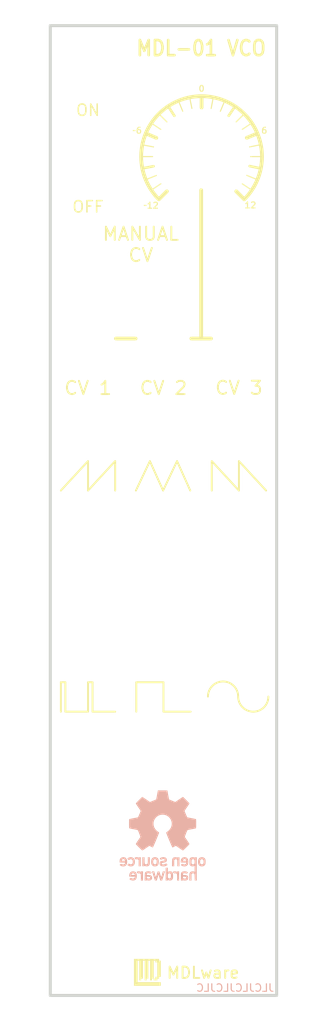
<source format=kicad_pcb>
(kicad_pcb (version 20171130) (host pcbnew "(5.1.9)-1")

  (general
    (thickness 1.6)
    (drawings 170)
    (tracks 0)
    (zones 0)
    (modules 16)
    (nets 1)
  )

  (page USLetter portrait)
  (title_block
    (title "MDL-01 VCO Panel")
    (date 2020-09-28)
    (rev 1.0)
    (company "MDL Synth")
    (comment 1 "Copyright (C) 2020 Matt Lisiak")
    (comment 2 "LICENSE: CERN-OHL-S (https://ohwr.org/cern_ohl_s_v2.txt)")
  )

  (layers
    (0 F.Cu signal)
    (31 B.Cu signal)
    (32 B.Adhes user)
    (33 F.Adhes user)
    (34 B.Paste user)
    (35 F.Paste user)
    (36 B.SilkS user)
    (37 F.SilkS user)
    (38 B.Mask user)
    (39 F.Mask user)
    (40 Dwgs.User user)
    (41 Cmts.User user hide)
    (42 Eco1.User user hide)
    (43 Eco2.User user hide)
    (44 Edge.Cuts user)
    (45 Margin user)
    (46 B.CrtYd user)
    (47 F.CrtYd user)
    (48 B.Fab user hide)
    (49 F.Fab user hide)
  )

  (setup
    (last_trace_width 0.25)
    (trace_clearance 0.2)
    (zone_clearance 0.508)
    (zone_45_only no)
    (trace_min 0.2)
    (via_size 0.8)
    (via_drill 0.4)
    (via_min_size 0.4)
    (via_min_drill 0.3)
    (uvia_size 0.3)
    (uvia_drill 0.1)
    (uvias_allowed no)
    (uvia_min_size 0.2)
    (uvia_min_drill 0.1)
    (edge_width 0.05)
    (segment_width 0.2)
    (pcb_text_width 0.3)
    (pcb_text_size 1.5 1.5)
    (mod_edge_width 0.12)
    (mod_text_size 1 1)
    (mod_text_width 0.15)
    (pad_size 6.1 6.1)
    (pad_drill 6.1)
    (pad_to_mask_clearance 0.05)
    (aux_axis_origin 0 0)
    (visible_elements 7FFFFF7F)
    (pcbplotparams
      (layerselection 0x010fc_ffffffff)
      (usegerberextensions false)
      (usegerberattributes true)
      (usegerberadvancedattributes true)
      (creategerberjobfile true)
      (excludeedgelayer true)
      (linewidth 0.100000)
      (plotframeref false)
      (viasonmask false)
      (mode 1)
      (useauxorigin false)
      (hpglpennumber 1)
      (hpglpenspeed 20)
      (hpglpendiameter 15.000000)
      (psnegative false)
      (psa4output false)
      (plotreference true)
      (plotvalue true)
      (plotinvisibletext false)
      (padsonsilk false)
      (subtractmaskfromsilk false)
      (outputformat 1)
      (mirror false)
      (drillshape 1)
      (scaleselection 1)
      (outputdirectory ""))
  )

  (net 0 "")

  (net_class Default "This is the default net class."
    (clearance 0.2)
    (trace_width 0.25)
    (via_dia 0.8)
    (via_drill 0.4)
    (uvia_dia 0.3)
    (uvia_drill 0.1)
  )

  (module MDLSynth:MountingHole_Eurorack_Slot (layer F.Cu) (tedit 607F9140) (tstamp 5F739767)
    (at 97.5 191.5)
    (descr "Mounting Hole 3.2mm, Eurorack Slot")
    (tags "mounting hole 3.2mm eurorack slot")
    (attr virtual)
    (fp_text reference REF** (at 0 -4.2) (layer F.SilkS) hide
      (effects (font (size 1 1) (thickness 0.15)))
    )
    (fp_text value MountingHole_Eurorack_Slot (at 0 4.2) (layer F.Fab)
      (effects (font (size 1 1) (thickness 0.15)))
    )
    (fp_text user %R (at 0.3 0) (layer F.Fab)
      (effects (font (size 1 1) (thickness 0.15)))
    )
    (fp_circle (center 0 0) (end 1.75 0) (layer Cmts.User) (width 0.15))
    (pad "" np_thru_hole oval (at -0.75 0) (size 4.7 3.2) (drill oval 4.7 3.2) (layers *.Cu *.Mask)
      (solder_mask_margin 0.2) (solder_paste_margin -0.2) (clearance 0.4))
  )

  (module MDLSynth:MountingHole_Eurorack_Slot (layer F.Cu) (tedit 607F9140) (tstamp 5F739957)
    (at 97.5 69)
    (descr "Mounting Hole 3.2mm, Eurorack Slot")
    (tags "mounting hole 3.2mm eurorack slot")
    (attr virtual)
    (fp_text reference REF** (at 0 -4.2) (layer F.SilkS) hide
      (effects (font (size 1 1) (thickness 0.15)))
    )
    (fp_text value MountingHole_Eurorack_Slot (at 0 4.2) (layer F.Fab)
      (effects (font (size 1 1) (thickness 0.15)))
    )
    (fp_text user %R (at 0.3 0) (layer F.Fab)
      (effects (font (size 1 1) (thickness 0.15)))
    )
    (fp_circle (center 0 0) (end 1.75 0) (layer Cmts.User) (width 0.15))
    (pad "" np_thru_hole oval (at -0.75 0) (size 4.7 3.2) (drill oval 4.7 3.2) (layers *.Cu *.Mask)
      (solder_mask_margin 0.2) (solder_paste_margin -0.2) (clearance 0.4))
  )

  (module MDLSynth:MountingHole_6_35mm (layer F.Cu) (tedit 607FAF10) (tstamp 5F7397E4)
    (at 95 83.35)
    (descr "Mounting Hole 6.35mm, no annular")
    (tags "mounting hole 6.35mm no annular")
    (attr virtual)
    (fp_text reference REF** (at 0 -7) (layer F.SilkS) hide
      (effects (font (size 1 1) (thickness 0.15)))
    )
    (fp_text value MountingHole_6_35mm (at 0 7) (layer F.Fab)
      (effects (font (size 1 1) (thickness 0.15)))
    )
    (fp_circle (center 0 0) (end 3.5 0) (layer F.CrtYd) (width 0.05))
    (fp_circle (center 0 0) (end 3.25 0) (layer Cmts.User) (width 0.15))
    (fp_text user %R (at 0.3 0) (layer F.Fab)
      (effects (font (size 1 1) (thickness 0.15)))
    )
    (pad "" np_thru_hole circle (at 0 0) (size 6.35 6.35) (drill 6.35) (layers *.Cu *.Mask)
      (solder_mask_margin 0.2) (solder_paste_margin -0.2) (clearance 0.4))
  )

  (module MDLSynth:MountingHole_6_1mm (layer F.Cu) (tedit 605F3C25) (tstamp 5F7C9A10)
    (at 110.05 83.35)
    (descr "Mounting Hole 6.1mm, no annular")
    (tags "mounting hole 6.1mm no annular")
    (attr virtual)
    (fp_text reference REF** (at 0 -7) (layer F.SilkS) hide
      (effects (font (size 1 1) (thickness 0.15)))
    )
    (fp_text value MountingHole_6_1mm (at 0 7) (layer F.Fab)
      (effects (font (size 1 1) (thickness 0.15)))
    )
    (fp_circle (center 0 0) (end 3.5 0) (layer F.CrtYd) (width 0.05))
    (fp_circle (center 0 0) (end 3.25 0) (layer Cmts.User) (width 0.15))
    (fp_text user %R (at 0.3 0) (layer F.Fab)
      (effects (font (size 1 1) (thickness 0.15)))
    )
    (pad "" np_thru_hole circle (at 0 0) (size 6.1 6.1) (drill 6.1) (layers *.Cu *.Mask)
      (solder_mask_margin 0.2) (solder_paste_margin -0.2) (clearance 0.4))
  )

  (module MDLSynth:MountingHole_6_1mm (layer F.Cu) (tedit 605F3C25) (tstamp 5F739B8F)
    (at 115 147.35)
    (descr "Mounting Hole 6.1mm, no annular")
    (tags "mounting hole 6.1mm no annular")
    (attr virtual)
    (fp_text reference REF** (at 0 -7) (layer F.SilkS) hide
      (effects (font (size 1 1) (thickness 0.15)))
    )
    (fp_text value MountingHole_6_1mm (at 0 7) (layer F.Fab)
      (effects (font (size 1 1) (thickness 0.15)))
    )
    (fp_circle (center 0 0) (end 3.5 0) (layer F.CrtYd) (width 0.05))
    (fp_circle (center 0 0) (end 3.25 0) (layer Cmts.User) (width 0.15))
    (fp_text user %R (at 0.3 0) (layer F.Fab)
      (effects (font (size 1 1) (thickness 0.15)))
    )
    (pad "" np_thru_hole circle (at 0 0) (size 6.1 6.1) (drill 6.1) (layers *.Cu *.Mask)
      (solder_mask_margin 0.2) (solder_paste_margin -0.2) (clearance 0.4))
  )

  (module MDLSynth:MountingHole_6_1mm (layer F.Cu) (tedit 605F3C25) (tstamp 5F739B53)
    (at 105 147.35)
    (descr "Mounting Hole 6.1mm, no annular")
    (tags "mounting hole 6.1mm no annular")
    (attr virtual)
    (fp_text reference REF** (at 0 -7) (layer F.SilkS) hide
      (effects (font (size 1 1) (thickness 0.15)))
    )
    (fp_text value MountingHole_6_1mm (at 0 7) (layer F.Fab)
      (effects (font (size 1 1) (thickness 0.15)))
    )
    (fp_circle (center 0 0) (end 3.5 0) (layer F.CrtYd) (width 0.05))
    (fp_circle (center 0 0) (end 3.25 0) (layer Cmts.User) (width 0.15))
    (fp_text user %R (at 0.3 0) (layer F.Fab)
      (effects (font (size 1 1) (thickness 0.15)))
    )
    (pad "" np_thru_hole circle (at 0 0) (size 6.1 6.1) (drill 6.1) (layers *.Cu *.Mask)
      (solder_mask_margin 0.2) (solder_paste_margin -0.2) (clearance 0.4))
  )

  (module MDLSynth:MountingHole_6_1mm (layer F.Cu) (tedit 605F3C25) (tstamp 5F739B17)
    (at 95 147.35)
    (descr "Mounting Hole 6.1mm, no annular")
    (tags "mounting hole 6.1mm no annular")
    (attr virtual)
    (fp_text reference REF** (at 0 -7) (layer F.SilkS) hide
      (effects (font (size 1 1) (thickness 0.15)))
    )
    (fp_text value MountingHole_6_1mm (at 0 7) (layer F.Fab)
      (effects (font (size 1 1) (thickness 0.15)))
    )
    (fp_circle (center 0 0) (end 3.5 0) (layer F.CrtYd) (width 0.05))
    (fp_circle (center 0 0) (end 3.25 0) (layer Cmts.User) (width 0.15))
    (fp_text user %R (at 0.3 0) (layer F.Fab)
      (effects (font (size 1 1) (thickness 0.15)))
    )
    (pad "" np_thru_hole circle (at 0 0) (size 6.1 6.1) (drill 6.1) (layers *.Cu *.Mask)
      (solder_mask_margin 0.2) (solder_paste_margin -0.2) (clearance 0.4))
  )

  (module MDLSynth:MountingHole_6_1mm (layer F.Cu) (tedit 605F3C25) (tstamp 5F739ADB)
    (at 115 132.96)
    (descr "Mounting Hole 6.1mm, no annular")
    (tags "mounting hole 6.1mm no annular")
    (attr virtual)
    (fp_text reference REF** (at 0 -7) (layer F.SilkS) hide
      (effects (font (size 1 1) (thickness 0.15)))
    )
    (fp_text value MountingHole_6_1mm (at 0 7) (layer F.Fab)
      (effects (font (size 1 1) (thickness 0.15)))
    )
    (fp_circle (center 0 0) (end 3.5 0) (layer F.CrtYd) (width 0.05))
    (fp_circle (center 0 0) (end 3.25 0) (layer Cmts.User) (width 0.15))
    (fp_text user %R (at 0.3 0) (layer F.Fab)
      (effects (font (size 1 1) (thickness 0.15)))
    )
    (pad "" np_thru_hole circle (at 0 0) (size 6.1 6.1) (drill 6.1) (layers *.Cu *.Mask)
      (solder_mask_margin 0.2) (solder_paste_margin -0.2) (clearance 0.4))
  )

  (module MDLSynth:MountingHole_6_1mm (layer F.Cu) (tedit 605F3C25) (tstamp 5F739A9F)
    (at 105 132.96)
    (descr "Mounting Hole 6.1mm, no annular")
    (tags "mounting hole 6.1mm no annular")
    (attr virtual)
    (fp_text reference REF** (at 0 -7) (layer F.SilkS) hide
      (effects (font (size 1 1) (thickness 0.15)))
    )
    (fp_text value MountingHole_6_1mm (at 0 7) (layer F.Fab)
      (effects (font (size 1 1) (thickness 0.15)))
    )
    (fp_circle (center 0 0) (end 3.5 0) (layer F.CrtYd) (width 0.05))
    (fp_circle (center 0 0) (end 3.25 0) (layer Cmts.User) (width 0.15))
    (fp_text user %R (at 0.3 0) (layer F.Fab)
      (effects (font (size 1 1) (thickness 0.15)))
    )
    (pad "" np_thru_hole circle (at 0 0) (size 6.1 6.1) (drill 6.1) (layers *.Cu *.Mask)
      (solder_mask_margin 0.2) (solder_paste_margin -0.2) (clearance 0.4))
  )

  (module MDLSynth:MountingHole_6_1mm (layer F.Cu) (tedit 605F3C25) (tstamp 5F739A63)
    (at 95 132.96)
    (descr "Mounting Hole 6.1mm, no annular")
    (tags "mounting hole 6.1mm no annular")
    (attr virtual)
    (fp_text reference REF** (at 0 -7) (layer F.SilkS) hide
      (effects (font (size 1 1) (thickness 0.15)))
    )
    (fp_text value MountingHole_6_1mm (at 0 7) (layer F.Fab)
      (effects (font (size 1 1) (thickness 0.15)))
    )
    (fp_circle (center 0 0) (end 3.5 0) (layer F.CrtYd) (width 0.05))
    (fp_circle (center 0 0) (end 3.25 0) (layer Cmts.User) (width 0.15))
    (fp_text user %R (at 0.3 0) (layer F.Fab)
      (effects (font (size 1 1) (thickness 0.15)))
    )
    (pad "" np_thru_hole circle (at 0 0) (size 6.1 6.1) (drill 6.1) (layers *.Cu *.Mask)
      (solder_mask_margin 0.2) (solder_paste_margin -0.2) (clearance 0.4))
  )

  (module MDLSynth:MountingHole_6_1mm (layer F.Cu) (tedit 605F3C25) (tstamp 5F739A27)
    (at 115 107.46)
    (descr "Mounting Hole 6.1mm, no annular")
    (tags "mounting hole 6.1mm no annular")
    (attr virtual)
    (fp_text reference REF** (at 0 -7) (layer F.SilkS) hide
      (effects (font (size 1 1) (thickness 0.15)))
    )
    (fp_text value MountingHole_6_1mm (at 0 7) (layer F.Fab)
      (effects (font (size 1 1) (thickness 0.15)))
    )
    (fp_circle (center 0 0) (end 3.5 0) (layer F.CrtYd) (width 0.05))
    (fp_circle (center 0 0) (end 3.25 0) (layer Cmts.User) (width 0.15))
    (fp_text user %R (at 0.3 0) (layer F.Fab)
      (effects (font (size 1 1) (thickness 0.15)))
    )
    (pad "" np_thru_hole circle (at 0 0) (size 6.1 6.1) (drill 6.1) (layers *.Cu *.Mask)
      (solder_mask_margin 0.2) (solder_paste_margin -0.2) (clearance 0.4))
  )

  (module MDLSynth:MountingHole_6_1mm (layer F.Cu) (tedit 605F3C25) (tstamp 5F7399EB)
    (at 105 107.46)
    (descr "Mounting Hole 6.1mm, no annular")
    (tags "mounting hole 6.1mm no annular")
    (attr virtual)
    (fp_text reference REF** (at 0 -7) (layer F.SilkS) hide
      (effects (font (size 1 1) (thickness 0.15)))
    )
    (fp_text value MountingHole_6_1mm (at 0 7) (layer F.Fab)
      (effects (font (size 1 1) (thickness 0.15)))
    )
    (fp_circle (center 0 0) (end 3.5 0) (layer F.CrtYd) (width 0.05))
    (fp_circle (center 0 0) (end 3.25 0) (layer Cmts.User) (width 0.15))
    (fp_text user %R (at 0.3 0) (layer F.Fab)
      (effects (font (size 1 1) (thickness 0.15)))
    )
    (pad "" np_thru_hole circle (at 0 0) (size 6.1 6.1) (drill 6.1) (layers *.Cu *.Mask)
      (solder_mask_margin 0.2) (solder_paste_margin -0.2) (clearance 0.4))
  )

  (module MDLSynth:MountingHole_6_1mm (layer F.Cu) (tedit 607FAF96) (tstamp 5F739882)
    (at 95.01 107.46)
    (descr "Mounting Hole 6.1mm, no annular")
    (tags "mounting hole 6.1mm no annular")
    (attr virtual)
    (fp_text reference REF** (at 0 -7) (layer F.SilkS) hide
      (effects (font (size 1 1) (thickness 0.15)))
    )
    (fp_text value MountingHole_6_1mm (at 0 7) (layer F.Fab)
      (effects (font (size 1 1) (thickness 0.15)))
    )
    (fp_circle (center 0 0) (end 3.5 0) (layer F.CrtYd) (width 0.05))
    (fp_circle (center 0 0) (end 3.25 0) (layer Cmts.User) (width 0.15))
    (fp_text user %R (at 0.3 0) (layer F.Fab)
      (effects (font (size 1 1) (thickness 0.15)))
    )
    (pad "" np_thru_hole circle (at -0.01 0) (size 6.1 6.1) (drill 6.1) (layers *.Cu *.Mask)
      (solder_mask_margin 0.2) (solder_paste_margin -0.2) (clearance 0.4))
  )

  (module MDLSynth:MountingHole_6_1mm (layer F.Cu) (tedit 605F3C25) (tstamp 5F73982C)
    (at 110.05 83.35)
    (descr "Mounting Hole 6.1mm, no annular")
    (tags "mounting hole 6.1mm no annular")
    (attr virtual)
    (fp_text reference REF** (at 0 -7) (layer F.SilkS) hide
      (effects (font (size 1 1) (thickness 0.15)))
    )
    (fp_text value MountingHole_6_1mm (at 0 7) (layer F.Fab)
      (effects (font (size 1 1) (thickness 0.15)))
    )
    (fp_circle (center 0 0) (end 3.5 0) (layer F.CrtYd) (width 0.05))
    (fp_circle (center 0 0) (end 3.25 0) (layer Cmts.User) (width 0.15))
    (fp_text user %R (at 0.3 0) (layer F.Fab)
      (effects (font (size 1 1) (thickness 0.15)))
    )
    (pad "" np_thru_hole circle (at 0 0) (size 6.1 6.1) (drill 6.1) (layers *.Cu *.Mask)
      (solder_mask_margin 0.2) (solder_paste_margin -0.2) (clearance 0.4))
  )

  (module MDLSynth:MDLSynth_logo_4mmx4mm_silkscreen (layer F.Cu) (tedit 0) (tstamp 6061AC8F)
    (at 102.87 191.425)
    (fp_text reference G*** (at 0 0) (layer F.SilkS) hide
      (effects (font (size 1.524 1.524) (thickness 0.3)))
    )
    (fp_text value LOGO (at 0.75 0) (layer F.SilkS) hide
      (effects (font (size 1.524 1.524) (thickness 0.3)))
    )
    (fp_poly (pts (xy 1.54585 -1.529463) (xy 1.780731 -1.529463) (xy 1.780731 0.606322) (xy 1.54585 0.606322)
      (xy 1.54585 0.846666) (xy 1.310968 0.846666) (xy 1.310968 1.081548) (xy 0.835742 1.081548)
      (xy 0.835742 0.846666) (xy 0.595398 0.846666) (xy 0.595398 1.081548) (xy 0.360516 1.081548)
      (xy 0.360516 -1.529463) (xy 0.835742 -1.529463) (xy 0.835742 0.846666) (xy 1.070624 0.846666)
      (xy 1.070624 0.606322) (xy 1.310968 0.606322) (xy 1.310968 -1.294581) (xy 1.070624 -1.294581)
      (xy 1.070624 -1.529463) (xy 0.835742 -1.529463) (xy 0.360516 -1.529463) (xy 0.120172 -1.529463)
      (xy 0.120172 0.846666) (xy -0.11471 0.846666) (xy -0.11471 1.081548) (xy -0.355054 1.081548)
      (xy -0.355054 -1.529463) (xy -0.589935 -1.529463) (xy -0.589935 0.846666) (xy -0.83028 0.846666)
      (xy -0.83028 1.081548) (xy -1.065161 1.081548) (xy -1.065161 -1.529463) (xy -1.305505 -1.529463)
      (xy -1.305505 1.321892) (xy 1.780731 1.321892) (xy 1.780731 1.797118) (xy -1.780731 1.797118)
      (xy -1.780731 -1.764344) (xy 1.54585 -1.764344) (xy 1.54585 -1.529463)) (layer F.SilkS) (width 0.01))
  )

  (module Symbol:OSHW-Logo_11.4x12mm_SilkScreen (layer B.Cu) (tedit 0) (tstamp 5F77F337)
    (at 104.9 173.3 180)
    (descr "Open Source Hardware Logo")
    (tags "Logo OSHW")
    (attr virtual)
    (fp_text reference REF** (at 0 0) (layer B.SilkS) hide
      (effects (font (size 1 1) (thickness 0.15)) (justify mirror))
    )
    (fp_text value OSHW-Logo_11.4x12mm_SilkScreen (at 0.75 0) (layer B.Fab) hide
      (effects (font (size 1 1) (thickness 0.15)) (justify mirror))
    )
    (fp_poly (pts (xy 0.746535 5.366828) (xy 0.859117 4.769637) (xy 1.274531 4.59839) (xy 1.689944 4.427143)
      (xy 2.188302 4.766022) (xy 2.327868 4.860378) (xy 2.454028 4.944625) (xy 2.560895 5.014917)
      (xy 2.642582 5.067408) (xy 2.693201 5.098251) (xy 2.706986 5.104902) (xy 2.73182 5.087797)
      (xy 2.784888 5.040511) (xy 2.86024 4.969083) (xy 2.951929 4.879555) (xy 3.054007 4.777966)
      (xy 3.160526 4.670357) (xy 3.265536 4.562768) (xy 3.363091 4.46124) (xy 3.447242 4.371814)
      (xy 3.51204 4.300529) (xy 3.551538 4.253427) (xy 3.56098 4.237663) (xy 3.547391 4.208602)
      (xy 3.509293 4.144934) (xy 3.450694 4.052888) (xy 3.375597 3.938691) (xy 3.288009 3.808571)
      (xy 3.237254 3.734354) (xy 3.144745 3.598833) (xy 3.06254 3.476539) (xy 2.99463 3.37356)
      (xy 2.945 3.295982) (xy 2.91764 3.249894) (xy 2.913529 3.240208) (xy 2.922849 3.212681)
      (xy 2.948254 3.148527) (xy 2.985911 3.056765) (xy 3.031986 2.946416) (xy 3.082646 2.8265)
      (xy 3.134059 2.706036) (xy 3.182389 2.594046) (xy 3.223806 2.499548) (xy 3.254474 2.431563)
      (xy 3.270562 2.399112) (xy 3.271511 2.397835) (xy 3.296772 2.391638) (xy 3.364046 2.377815)
      (xy 3.46636 2.357723) (xy 3.596741 2.332721) (xy 3.748216 2.304169) (xy 3.836594 2.287704)
      (xy 3.998452 2.256886) (xy 4.144649 2.227561) (xy 4.267787 2.201334) (xy 4.360469 2.179809)
      (xy 4.415301 2.16459) (xy 4.426323 2.159762) (xy 4.437119 2.127081) (xy 4.445829 2.05327)
      (xy 4.45246 1.946963) (xy 4.457018 1.816788) (xy 4.459509 1.671379) (xy 4.459938 1.519365)
      (xy 4.458311 1.369378) (xy 4.454635 1.230049) (xy 4.448915 1.11001) (xy 4.441158 1.01789)
      (xy 4.431368 0.962323) (xy 4.425496 0.950755) (xy 4.390399 0.93689) (xy 4.316028 0.917067)
      (xy 4.212223 0.893616) (xy 4.088819 0.868864) (xy 4.045741 0.860857) (xy 3.838047 0.822814)
      (xy 3.673984 0.792176) (xy 3.54813 0.767726) (xy 3.455065 0.748246) (xy 3.389367 0.732519)
      (xy 3.345617 0.719327) (xy 3.318392 0.707451) (xy 3.302272 0.695675) (xy 3.300017 0.693347)
      (xy 3.277503 0.655855) (xy 3.243158 0.58289) (xy 3.200411 0.483388) (xy 3.152692 0.366282)
      (xy 3.10343 0.240507) (xy 3.056055 0.114998) (xy 3.013995 -0.00131) (xy 2.98068 -0.099484)
      (xy 2.959541 -0.170588) (xy 2.954005 -0.205687) (xy 2.954466 -0.206917) (xy 2.973223 -0.235606)
      (xy 3.015776 -0.29873) (xy 3.077653 -0.389718) (xy 3.154382 -0.502) (xy 3.241491 -0.629005)
      (xy 3.266299 -0.665098) (xy 3.354753 -0.795948) (xy 3.432588 -0.915336) (xy 3.495566 -1.016407)
      (xy 3.539445 -1.092304) (xy 3.559985 -1.136172) (xy 3.56098 -1.141562) (xy 3.543722 -1.169889)
      (xy 3.496036 -1.226006) (xy 3.42405 -1.303882) (xy 3.333897 -1.397485) (xy 3.231705 -1.500786)
      (xy 3.123606 -1.607751) (xy 3.015728 -1.712351) (xy 2.914204 -1.808554) (xy 2.825162 -1.890329)
      (xy 2.754733 -1.951645) (xy 2.709047 -1.986471) (xy 2.696409 -1.992157) (xy 2.666991 -1.978765)
      (xy 2.606761 -1.942644) (xy 2.52553 -1.889881) (xy 2.46303 -1.847412) (xy 2.349785 -1.769485)
      (xy 2.215674 -1.677729) (xy 2.081155 -1.58612) (xy 2.008833 -1.537091) (xy 1.764038 -1.371515)
      (xy 1.558551 -1.48262) (xy 1.464936 -1.531293) (xy 1.38533 -1.569126) (xy 1.331467 -1.590703)
      (xy 1.317757 -1.593706) (xy 1.30127 -1.571538) (xy 1.268745 -1.508894) (xy 1.222609 -1.411554)
      (xy 1.16529 -1.285294) (xy 1.099216 -1.135895) (xy 1.026815 -0.969133) (xy 0.950516 -0.790787)
      (xy 0.872746 -0.606636) (xy 0.795934 -0.422457) (xy 0.722506 -0.24403) (xy 0.654892 -0.077132)
      (xy 0.59552 0.072458) (xy 0.546816 0.198962) (xy 0.51121 0.296601) (xy 0.49113 0.359598)
      (xy 0.4879 0.381234) (xy 0.513496 0.408831) (xy 0.569539 0.45363) (xy 0.644311 0.506321)
      (xy 0.650587 0.51049) (xy 0.843845 0.665186) (xy 0.999674 0.845664) (xy 1.116724 1.046153)
      (xy 1.193645 1.260881) (xy 1.229086 1.484078) (xy 1.221697 1.709974) (xy 1.170127 1.932796)
      (xy 1.073026 2.146776) (xy 1.044458 2.193591) (xy 0.895868 2.382637) (xy 0.720327 2.534443)
      (xy 0.52391 2.648221) (xy 0.312693 2.72318) (xy 0.092753 2.758533) (xy -0.129837 2.753488)
      (xy -0.348999 2.707256) (xy -0.558658 2.619049) (xy -0.752739 2.488076) (xy -0.812774 2.434918)
      (xy -0.965565 2.268516) (xy -1.076903 2.093343) (xy -1.153277 1.896989) (xy -1.195813 1.702538)
      (xy -1.206314 1.483913) (xy -1.171299 1.264203) (xy -1.094327 1.050835) (xy -0.978953 0.851233)
      (xy -0.828734 0.672826) (xy -0.647227 0.523038) (xy -0.623373 0.507249) (xy -0.547799 0.455543)
      (xy -0.490349 0.410743) (xy -0.462883 0.382138) (xy -0.462483 0.381234) (xy -0.46838 0.350291)
      (xy -0.491755 0.280064) (xy -0.530179 0.17633) (xy -0.581223 0.044865) (xy -0.642458 -0.108552)
      (xy -0.711456 -0.278146) (xy -0.785786 -0.458138) (xy -0.863022 -0.642753) (xy -0.940732 -0.826213)
      (xy -1.016489 -1.002741) (xy -1.087863 -1.166559) (xy -1.152426 -1.311892) (xy -1.207748 -1.432962)
      (xy -1.2514 -1.523992) (xy -1.280954 -1.579205) (xy -1.292856 -1.593706) (xy -1.329223 -1.582414)
      (xy -1.39727 -1.55213) (xy -1.485263 -1.508265) (xy -1.533649 -1.48262) (xy -1.739137 -1.371515)
      (xy -1.983932 -1.537091) (xy -2.108894 -1.621915) (xy -2.245705 -1.715261) (xy -2.373911 -1.803153)
      (xy -2.438129 -1.847412) (xy -2.528449 -1.908063) (xy -2.604929 -1.956126) (xy -2.657593 -1.985515)
      (xy -2.674698 -1.991727) (xy -2.699595 -1.974968) (xy -2.754695 -1.928181) (xy -2.834657 -1.856225)
      (xy -2.934139 -1.763957) (xy -3.0478 -1.656235) (xy -3.119685 -1.587071) (xy -3.245449 -1.463502)
      (xy -3.354137 -1.352979) (xy -3.441355 -1.26023) (xy -3.502711 -1.189982) (xy -3.533809 -1.146965)
      (xy -3.536792 -1.138235) (xy -3.522947 -1.105029) (xy -3.484688 -1.037887) (xy -3.426258 -0.943608)
      (xy -3.351903 -0.82899) (xy -3.265865 -0.700828) (xy -3.241397 -0.665098) (xy -3.152245 -0.535234)
      (xy -3.072262 -0.418314) (xy -3.00592 -0.320907) (xy -2.957689 -0.249584) (xy -2.932043 -0.210915)
      (xy -2.929565 -0.206917) (xy -2.933271 -0.1761) (xy -2.952939 -0.108344) (xy -2.98514 -0.012584)
      (xy -3.026445 0.102246) (xy -3.073425 0.227211) (xy -3.122651 0.353376) (xy -3.170692 0.471807)
      (xy -3.214119 0.57357) (xy -3.249504 0.649729) (xy -3.273416 0.691351) (xy -3.275116 0.693347)
      (xy -3.289738 0.705242) (xy -3.314435 0.717005) (xy -3.354628 0.729854) (xy -3.415737 0.745006)
      (xy -3.503183 0.763679) (xy -3.622388 0.78709) (xy -3.778773 0.816458) (xy -3.977757 0.853)
      (xy -4.02084 0.860857) (xy -4.148529 0.885528) (xy -4.259847 0.909662) (xy -4.344955 0.930931)
      (xy -4.394017 0.947007) (xy -4.400595 0.950755) (xy -4.411436 0.983982) (xy -4.420247 1.058234)
      (xy -4.427024 1.164879) (xy -4.43176 1.295288) (xy -4.43445 1.440828) (xy -4.435087 1.592869)
      (xy -4.433666 1.742779) (xy -4.43018 1.881927) (xy -4.424624 2.001683) (xy -4.416992 2.093414)
      (xy -4.407278 2.148489) (xy -4.401422 2.159762) (xy -4.36882 2.171132) (xy -4.294582 2.189631)
      (xy -4.186104 2.213653) (xy -4.050783 2.241593) (xy -3.896015 2.271847) (xy -3.811692 2.287704)
      (xy -3.651704 2.317611) (xy -3.509033 2.344705) (xy -3.390652 2.367624) (xy -3.303535 2.385012)
      (xy -3.254655 2.395508) (xy -3.24661 2.397835) (xy -3.233013 2.424069) (xy -3.204271 2.48726)
      (xy -3.164215 2.578378) (xy -3.116676 2.688398) (xy -3.065485 2.80829) (xy -3.014474 2.929028)
      (xy -2.967474 3.041584) (xy -2.928316 3.136929) (xy -2.900831 3.206038) (xy -2.888851 3.239881)
      (xy -2.888628 3.24136) (xy -2.902209 3.268058) (xy -2.940285 3.329495) (xy -2.998853 3.419566)
      (xy -3.073912 3.532165) (xy -3.16146 3.661185) (xy -3.212353 3.735294) (xy -3.305091 3.871178)
      (xy -3.387459 3.994546) (xy -3.455439 4.099158) (xy -3.505012 4.178772) (xy -3.532158 4.227148)
      (xy -3.536079 4.237993) (xy -3.519225 4.263235) (xy -3.472632 4.317131) (xy -3.402251 4.393642)
      (xy -3.314035 4.486732) (xy -3.213935 4.59036) (xy -3.107902 4.698491) (xy -3.001889 4.805085)
      (xy -2.901848 4.904105) (xy -2.81373 4.989513) (xy -2.743487 5.05527) (xy -2.697072 5.095339)
      (xy -2.681544 5.104902) (xy -2.656261 5.091455) (xy -2.595789 5.05368) (xy -2.506008 4.99542)
      (xy -2.392797 4.920521) (xy -2.262036 4.83283) (xy -2.1634 4.766022) (xy -1.665043 4.427143)
      (xy -1.249629 4.59839) (xy -0.834216 4.769637) (xy -0.721634 5.366828) (xy -0.609051 5.96402)
      (xy 0.633952 5.96402) (xy 0.746535 5.366828)) (layer B.SilkS) (width 0.01))
    (fp_poly (pts (xy 3.563637 -2.887472) (xy 3.64929 -2.913641) (xy 3.704437 -2.946707) (xy 3.722401 -2.972855)
      (xy 3.717457 -3.003852) (xy 3.685372 -3.052547) (xy 3.658243 -3.087035) (xy 3.602317 -3.149383)
      (xy 3.560299 -3.175615) (xy 3.52448 -3.173903) (xy 3.418224 -3.146863) (xy 3.340189 -3.148091)
      (xy 3.27682 -3.178735) (xy 3.255546 -3.19667) (xy 3.187451 -3.259779) (xy 3.187451 -4.083922)
      (xy 2.913529 -4.083922) (xy 2.913529 -2.888628) (xy 3.05049 -2.888628) (xy 3.132719 -2.891879)
      (xy 3.175144 -2.903426) (xy 3.187445 -2.925952) (xy 3.187451 -2.92662) (xy 3.19326 -2.950215)
      (xy 3.219531 -2.947138) (xy 3.255931 -2.930115) (xy 3.331111 -2.898439) (xy 3.392158 -2.879381)
      (xy 3.470708 -2.874496) (xy 3.563637 -2.887472)) (layer B.SilkS) (width 0.01))
    (fp_poly (pts (xy -1.49324 -2.909199) (xy -1.431264 -2.938802) (xy -1.371241 -2.981561) (xy -1.325514 -3.030775)
      (xy -1.292207 -3.093544) (xy -1.269445 -3.176971) (xy -1.255353 -3.288159) (xy -1.248058 -3.434209)
      (xy -1.245682 -3.622223) (xy -1.245645 -3.641912) (xy -1.245098 -4.083922) (xy -1.51902 -4.083922)
      (xy -1.51902 -3.676435) (xy -1.519215 -3.525471) (xy -1.520564 -3.416056) (xy -1.524212 -3.339933)
      (xy -1.531304 -3.288848) (xy -1.542987 -3.254545) (xy -1.560406 -3.228768) (xy -1.584671 -3.203298)
      (xy -1.669565 -3.148571) (xy -1.762239 -3.138416) (xy -1.850527 -3.173017) (xy -1.88123 -3.19877)
      (xy -1.903771 -3.222982) (xy -1.919954 -3.248912) (xy -1.930832 -3.284708) (xy -1.937458 -3.338519)
      (xy -1.940885 -3.418493) (xy -1.942166 -3.532779) (xy -1.942353 -3.671907) (xy -1.942353 -4.083922)
      (xy -2.216275 -4.083922) (xy -2.216275 -2.888628) (xy -2.079314 -2.888628) (xy -1.997084 -2.891879)
      (xy -1.95466 -2.903426) (xy -1.942359 -2.925952) (xy -1.942353 -2.92662) (xy -1.936646 -2.948681)
      (xy -1.911473 -2.946177) (xy -1.861422 -2.921937) (xy -1.747906 -2.886271) (xy -1.618055 -2.882305)
      (xy -1.49324 -2.909199)) (layer B.SilkS) (width 0.01))
    (fp_poly (pts (xy 5.303287 -2.884355) (xy 5.367051 -2.899845) (xy 5.4893 -2.956569) (xy 5.593834 -3.043202)
      (xy 5.66618 -3.147074) (xy 5.676119 -3.170396) (xy 5.689754 -3.231484) (xy 5.699298 -3.321853)
      (xy 5.702549 -3.41319) (xy 5.702549 -3.585882) (xy 5.34147 -3.585882) (xy 5.192546 -3.586445)
      (xy 5.087632 -3.589864) (xy 5.020937 -3.598731) (xy 4.986666 -3.615641) (xy 4.979028 -3.643189)
      (xy 4.992229 -3.683968) (xy 5.015877 -3.731683) (xy 5.081843 -3.811314) (xy 5.173512 -3.850987)
      (xy 5.285555 -3.849695) (xy 5.412472 -3.806514) (xy 5.522158 -3.753224) (xy 5.613173 -3.825191)
      (xy 5.704188 -3.897157) (xy 5.618563 -3.976269) (xy 5.50425 -4.051017) (xy 5.363666 -4.096084)
      (xy 5.212449 -4.108696) (xy 5.066236 -4.086079) (xy 5.042647 -4.078405) (xy 4.914141 -4.011296)
      (xy 4.818551 -3.911247) (xy 4.753861 -3.775271) (xy 4.718057 -3.60038) (xy 4.71764 -3.596632)
      (xy 4.714434 -3.406032) (xy 4.727393 -3.338035) (xy 4.980392 -3.338035) (xy 5.003627 -3.348491)
      (xy 5.06671 -3.3565) (xy 5.159706 -3.361073) (xy 5.218638 -3.361765) (xy 5.328537 -3.361332)
      (xy 5.397252 -3.358578) (xy 5.433405 -3.351321) (xy 5.445615 -3.337376) (xy 5.442504 -3.314562)
      (xy 5.439894 -3.305735) (xy 5.395344 -3.2228) (xy 5.325279 -3.15596) (xy 5.263446 -3.126589)
      (xy 5.181301 -3.128362) (xy 5.098062 -3.16499) (xy 5.028238 -3.225634) (xy 4.986337 -3.299456)
      (xy 4.980392 -3.338035) (xy 4.727393 -3.338035) (xy 4.746385 -3.238395) (xy 4.809773 -3.097711)
      (xy 4.900878 -2.987974) (xy 5.015978 -2.913174) (xy 5.151355 -2.877304) (xy 5.303287 -2.884355)) (layer B.SilkS) (width 0.01))
    (fp_poly (pts (xy 4.390976 -2.899056) (xy 4.535256 -2.960348) (xy 4.580699 -2.990185) (xy 4.638779 -3.036036)
      (xy 4.675238 -3.072089) (xy 4.681568 -3.083832) (xy 4.663693 -3.109889) (xy 4.61795 -3.154105)
      (xy 4.581328 -3.184965) (xy 4.481088 -3.26552) (xy 4.401935 -3.198918) (xy 4.340769 -3.155921)
      (xy 4.281129 -3.141079) (xy 4.212872 -3.144704) (xy 4.104482 -3.171652) (xy 4.029872 -3.227587)
      (xy 3.98453 -3.318014) (xy 3.963947 -3.448435) (xy 3.963942 -3.448517) (xy 3.965722 -3.59429)
      (xy 3.993387 -3.701245) (xy 4.048571 -3.774064) (xy 4.086192 -3.798723) (xy 4.186105 -3.829431)
      (xy 4.292822 -3.829449) (xy 4.385669 -3.799655) (xy 4.407647 -3.785098) (xy 4.462765 -3.747914)
      (xy 4.505859 -3.74182) (xy 4.552335 -3.769496) (xy 4.603716 -3.819205) (xy 4.685046 -3.903116)
      (xy 4.594749 -3.977546) (xy 4.455236 -4.061549) (xy 4.297912 -4.102947) (xy 4.133503 -4.09995)
      (xy 4.025531 -4.0725) (xy 3.899331 -4.00462) (xy 3.798401 -3.897831) (xy 3.752548 -3.822451)
      (xy 3.71541 -3.714297) (xy 3.696827 -3.577318) (xy 3.696684 -3.428864) (xy 3.714865 -3.286281)
      (xy 3.751255 -3.166918) (xy 3.756987 -3.15468) (xy 3.841865 -3.034655) (xy 3.956782 -2.947267)
      (xy 4.092659 -2.894329) (xy 4.240417 -2.877654) (xy 4.390976 -2.899056)) (layer B.SilkS) (width 0.01))
    (fp_poly (pts (xy 1.967254 -3.276245) (xy 1.969608 -3.458879) (xy 1.978207 -3.5976) (xy 1.99536 -3.698147)
      (xy 2.023374 -3.766254) (xy 2.064557 -3.807659) (xy 2.121217 -3.828097) (xy 2.191372 -3.833318)
      (xy 2.264848 -3.827468) (xy 2.320657 -3.806093) (xy 2.361109 -3.763458) (xy 2.388509 -3.693825)
      (xy 2.405167 -3.59146) (xy 2.413389 -3.450624) (xy 2.41549 -3.276245) (xy 2.41549 -2.888628)
      (xy 2.689411 -2.888628) (xy 2.689411 -4.083922) (xy 2.552451 -4.083922) (xy 2.469884 -4.080576)
      (xy 2.427368 -4.068826) (xy 2.41549 -4.04652) (xy 2.408336 -4.026654) (xy 2.379865 -4.030857)
      (xy 2.322476 -4.058971) (xy 2.190945 -4.102342) (xy 2.051438 -4.09927) (xy 1.917765 -4.052174)
      (xy 1.854108 -4.014971) (xy 1.805553 -3.974691) (xy 1.770081 -3.924291) (xy 1.745674 -3.856729)
      (xy 1.730313 -3.764965) (xy 1.721982 -3.641955) (xy 1.718662 -3.480659) (xy 1.718235 -3.355928)
      (xy 1.718235 -2.888628) (xy 1.967254 -2.888628) (xy 1.967254 -3.276245)) (layer B.SilkS) (width 0.01))
    (fp_poly (pts (xy 1.209547 -2.903364) (xy 1.335502 -2.971959) (xy 1.434047 -3.080245) (xy 1.480478 -3.168315)
      (xy 1.500412 -3.246101) (xy 1.513328 -3.356993) (xy 1.518863 -3.484738) (xy 1.516654 -3.613084)
      (xy 1.506337 -3.725779) (xy 1.494286 -3.785969) (xy 1.453634 -3.868311) (xy 1.38323 -3.95577)
      (xy 1.298382 -4.032251) (xy 1.214397 -4.081655) (xy 1.212349 -4.082439) (xy 1.108134 -4.104027)
      (xy 0.984627 -4.104562) (xy 0.867261 -4.084908) (xy 0.821942 -4.069155) (xy 0.70522 -4.002966)
      (xy 0.621624 -3.916246) (xy 0.566701 -3.801438) (xy 0.535995 -3.650982) (xy 0.529047 -3.572173)
      (xy 0.529933 -3.473145) (xy 0.796862 -3.473145) (xy 0.805854 -3.617645) (xy 0.831736 -3.72776)
      (xy 0.872868 -3.798116) (xy 0.902172 -3.818235) (xy 0.977251 -3.832265) (xy 1.066494 -3.828111)
      (xy 1.14365 -3.807922) (xy 1.163883 -3.796815) (xy 1.217265 -3.732123) (xy 1.2525 -3.633119)
      (xy 1.267498 -3.512632) (xy 1.260172 -3.383494) (xy 1.243799 -3.305775) (xy 1.19679 -3.215771)
      (xy 1.122582 -3.159509) (xy 1.033209 -3.140057) (xy 0.940707 -3.160481) (xy 0.869653 -3.210437)
      (xy 0.832312 -3.251655) (xy 0.810518 -3.292281) (xy 0.80013 -3.347264) (xy 0.797006 -3.431549)
      (xy 0.796862 -3.473145) (xy 0.529933 -3.473145) (xy 0.53093 -3.361874) (xy 0.56518 -3.189423)
      (xy 0.631802 -3.054814) (xy 0.730799 -2.95804) (xy 0.862175 -2.899094) (xy 0.890385 -2.892259)
      (xy 1.059926 -2.876213) (xy 1.209547 -2.903364)) (layer B.SilkS) (width 0.01))
    (fp_poly (pts (xy 0.027759 -2.884345) (xy 0.122059 -2.902229) (xy 0.21989 -2.939633) (xy 0.230343 -2.944402)
      (xy 0.304531 -2.983412) (xy 0.35591 -3.019664) (xy 0.372517 -3.042887) (xy 0.356702 -3.080761)
      (xy 0.318288 -3.136644) (xy 0.301237 -3.157505) (xy 0.230969 -3.239618) (xy 0.140379 -3.186168)
      (xy 0.054164 -3.150561) (xy -0.045451 -3.131529) (xy -0.140981 -3.130326) (xy -0.214939 -3.14821)
      (xy -0.232688 -3.159373) (xy -0.266488 -3.210553) (xy -0.270596 -3.269509) (xy -0.245304 -3.315567)
      (xy -0.230344 -3.324499) (xy -0.185514 -3.335592) (xy -0.106714 -3.34863) (xy -0.009574 -3.361088)
      (xy 0.008346 -3.363042) (xy 0.164365 -3.39003) (xy 0.277523 -3.435873) (xy 0.352569 -3.504803)
      (xy 0.394253 -3.601054) (xy 0.407238 -3.718617) (xy 0.389299 -3.852254) (xy 0.33105 -3.957195)
      (xy 0.232255 -4.03363) (xy 0.092682 -4.081748) (xy -0.062255 -4.100732) (xy -0.188602 -4.100504)
      (xy -0.291087 -4.083262) (xy -0.361079 -4.059457) (xy -0.449517 -4.017978) (xy -0.531246 -3.969842)
      (xy -0.560295 -3.948655) (xy -0.635 -3.887676) (xy -0.544902 -3.796508) (xy -0.454804 -3.705339)
      (xy -0.352368 -3.773128) (xy -0.249626 -3.824042) (xy -0.139913 -3.850673) (xy -0.034449 -3.853483)
      (xy 0.055546 -3.832935) (xy 0.118854 -3.789493) (xy 0.139296 -3.752838) (xy 0.136229 -3.694053)
      (xy 0.085434 -3.649099) (xy -0.012952 -3.618057) (xy -0.120744 -3.60371) (xy -0.286635 -3.576337)
      (xy -0.409876 -3.524693) (xy -0.492114 -3.447266) (xy -0.534999 -3.342544) (xy -0.54094 -3.218387)
      (xy -0.511594 -3.088702) (xy -0.444691 -2.990677) (xy -0.339629 -2.923866) (xy -0.19581 -2.88782)
      (xy -0.089262 -2.880754) (xy 0.027759 -2.884345)) (layer B.SilkS) (width 0.01))
    (fp_poly (pts (xy -2.686796 -2.916354) (xy -2.661981 -2.928037) (xy -2.576094 -2.990951) (xy -2.494879 -3.082769)
      (xy -2.434236 -3.183868) (xy -2.416988 -3.230349) (xy -2.401251 -3.313376) (xy -2.391867 -3.413713)
      (xy -2.390728 -3.455147) (xy -2.390589 -3.585882) (xy -3.143047 -3.585882) (xy -3.127007 -3.654363)
      (xy -3.087637 -3.735355) (xy -3.018806 -3.805351) (xy -2.936919 -3.850441) (xy -2.884737 -3.859804)
      (xy -2.813971 -3.848441) (xy -2.72954 -3.819943) (xy -2.700858 -3.806831) (xy -2.594791 -3.753858)
      (xy -2.504272 -3.822901) (xy -2.452039 -3.869597) (xy -2.424247 -3.90814) (xy -2.42284 -3.919452)
      (xy -2.447668 -3.946868) (xy -2.502083 -3.988532) (xy -2.551472 -4.021037) (xy -2.684748 -4.079468)
      (xy -2.834161 -4.105915) (xy -2.982249 -4.099039) (xy -3.100295 -4.063096) (xy -3.221982 -3.986101)
      (xy -3.30846 -3.884728) (xy -3.362559 -3.75357) (xy -3.387109 -3.587224) (xy -3.389286 -3.511108)
      (xy -3.380573 -3.336685) (xy -3.379503 -3.331611) (xy -3.130173 -3.331611) (xy -3.123306 -3.347968)
      (xy -3.095083 -3.356988) (xy -3.036873 -3.360854) (xy -2.940042 -3.361749) (xy -2.902757 -3.361765)
      (xy -2.789317 -3.360413) (xy -2.717378 -3.355505) (xy -2.678687 -3.34576) (xy -2.664995 -3.329899)
      (xy -2.66451 -3.324805) (xy -2.680137 -3.284326) (xy -2.719247 -3.227621) (xy -2.736061 -3.207766)
      (xy -2.798481 -3.151611) (xy -2.863547 -3.129532) (xy -2.898603 -3.127686) (xy -2.993442 -3.150766)
      (xy -3.072973 -3.212759) (xy -3.123423 -3.302802) (xy -3.124317 -3.305735) (xy -3.130173 -3.331611)
      (xy -3.379503 -3.331611) (xy -3.351601 -3.199343) (xy -3.29941 -3.089461) (xy -3.235579 -3.011461)
      (xy -3.117567 -2.926882) (xy -2.978842 -2.881686) (xy -2.83129 -2.8776) (xy -2.686796 -2.916354)) (layer B.SilkS) (width 0.01))
    (fp_poly (pts (xy -5.026753 -2.901568) (xy -4.896478 -2.959163) (xy -4.797581 -3.055334) (xy -4.729918 -3.190229)
      (xy -4.693345 -3.363996) (xy -4.690724 -3.391126) (xy -4.68867 -3.582408) (xy -4.715301 -3.750073)
      (xy -4.768999 -3.885967) (xy -4.797753 -3.929681) (xy -4.897909 -4.022198) (xy -5.025463 -4.082119)
      (xy -5.168163 -4.106985) (xy -5.31376 -4.094339) (xy -5.424438 -4.055391) (xy -5.519616 -3.989755)
      (xy -5.597406 -3.903699) (xy -5.598751 -3.901685) (xy -5.630343 -3.84857) (xy -5.650873 -3.79516)
      (xy -5.663305 -3.727754) (xy -5.670603 -3.632653) (xy -5.673818 -3.554666) (xy -5.675156 -3.483944)
      (xy -5.426186 -3.483944) (xy -5.423753 -3.554348) (xy -5.41492 -3.648068) (xy -5.399336 -3.708214)
      (xy -5.371234 -3.751006) (xy -5.344914 -3.776002) (xy -5.251608 -3.828338) (xy -5.15398 -3.835333)
      (xy -5.063058 -3.797676) (xy -5.017598 -3.755479) (xy -4.984838 -3.712956) (xy -4.965677 -3.672267)
      (xy -4.957267 -3.619314) (xy -4.956763 -3.539997) (xy -4.959355 -3.46695) (xy -4.964929 -3.362601)
      (xy -4.973766 -3.29492) (xy -4.989693 -3.250774) (xy -5.016538 -3.217031) (xy -5.037811 -3.197746)
      (xy -5.126794 -3.147086) (xy -5.222789 -3.14456) (xy -5.303281 -3.174567) (xy -5.371947 -3.237231)
      (xy -5.412856 -3.340168) (xy -5.426186 -3.483944) (xy -5.675156 -3.483944) (xy -5.676754 -3.399582)
      (xy -5.67174 -3.2836) (xy -5.656717 -3.196367) (xy -5.629624 -3.12753) (xy -5.5884 -3.066737)
      (xy -5.573115 -3.048686) (xy -5.477546 -2.958746) (xy -5.375039 -2.906211) (xy -5.249679 -2.884201)
      (xy -5.18855 -2.882402) (xy -5.026753 -2.901568)) (layer B.SilkS) (width 0.01))
    (fp_poly (pts (xy 4.025307 -4.762784) (xy 4.144337 -4.793731) (xy 4.244021 -4.8576) (xy 4.292288 -4.905313)
      (xy 4.371408 -5.018106) (xy 4.416752 -5.14895) (xy 4.43233 -5.309792) (xy 4.43241 -5.322794)
      (xy 4.432549 -5.45353) (xy 3.680091 -5.45353) (xy 3.69613 -5.52201) (xy 3.725091 -5.584031)
      (xy 3.775778 -5.648654) (xy 3.786379 -5.658971) (xy 3.877494 -5.714805) (xy 3.9814 -5.724275)
      (xy 4.101 -5.68754) (xy 4.121274 -5.677647) (xy 4.183456 -5.647574) (xy 4.225106 -5.63044)
      (xy 4.232373 -5.628855) (xy 4.25774 -5.644242) (xy 4.30612 -5.681887) (xy 4.330679 -5.702459)
      (xy 4.38157 -5.749714) (xy 4.398281 -5.780917) (xy 4.386683 -5.80962) (xy 4.380483 -5.817468)
      (xy 4.338493 -5.851819) (xy 4.269206 -5.893565) (xy 4.220882 -5.917935) (xy 4.083711 -5.960873)
      (xy 3.931847 -5.974786) (xy 3.788024 -5.9583) (xy 3.747745 -5.946496) (xy 3.623078 -5.879689)
      (xy 3.530671 -5.776892) (xy 3.46999 -5.637105) (xy 3.440498 -5.45933) (xy 3.43726 -5.366373)
      (xy 3.446714 -5.231033) (xy 3.68549 -5.231033) (xy 3.708584 -5.241038) (xy 3.770662 -5.248888)
      (xy 3.860914 -5.253521) (xy 3.922058 -5.254314) (xy 4.03204 -5.253549) (xy 4.101457 -5.24997)
      (xy 4.139538 -5.241649) (xy 4.155515 -5.226657) (xy 4.158627 -5.204903) (xy 4.137278 -5.137892)
      (xy 4.083529 -5.071664) (xy 4.012822 -5.020832) (xy 3.942089 -5.000038) (xy 3.846016 -5.018484)
      (xy 3.762849 -5.071811) (xy 3.705186 -5.148677) (xy 3.68549 -5.231033) (xy 3.446714 -5.231033)
      (xy 3.451028 -5.169291) (xy 3.49352 -5.012271) (xy 3.565635 -4.894069) (xy 3.668273 -4.81344)
      (xy 3.802332 -4.769139) (xy 3.874957 -4.760607) (xy 4.025307 -4.762784)) (layer B.SilkS) (width 0.01))
    (fp_poly (pts (xy 3.238446 -4.755883) (xy 3.334177 -4.774755) (xy 3.388677 -4.802699) (xy 3.446008 -4.849123)
      (xy 3.364441 -4.952111) (xy 3.31415 -5.014479) (xy 3.280001 -5.044907) (xy 3.246063 -5.049555)
      (xy 3.196406 -5.034586) (xy 3.173096 -5.026117) (xy 3.078063 -5.013622) (xy 2.991032 -5.040406)
      (xy 2.927138 -5.100915) (xy 2.916759 -5.120208) (xy 2.905456 -5.171314) (xy 2.896732 -5.2655)
      (xy 2.890997 -5.396089) (xy 2.88866 -5.556405) (xy 2.888627 -5.579211) (xy 2.888627 -5.976471)
      (xy 2.614705 -5.976471) (xy 2.614705 -4.756275) (xy 2.751666 -4.756275) (xy 2.830638 -4.758337)
      (xy 2.871779 -4.767513) (xy 2.886992 -4.78829) (xy 2.888627 -4.807886) (xy 2.888627 -4.859497)
      (xy 2.95424 -4.807886) (xy 3.029475 -4.772675) (xy 3.130544 -4.755265) (xy 3.238446 -4.755883)) (layer B.SilkS) (width 0.01))
    (fp_poly (pts (xy 2.056459 -4.763669) (xy 2.16142 -4.789163) (xy 2.191761 -4.802669) (xy 2.250573 -4.838046)
      (xy 2.295709 -4.87789) (xy 2.329106 -4.92912) (xy 2.352701 -4.998654) (xy 2.368433 -5.093409)
      (xy 2.378239 -5.220305) (xy 2.384057 -5.386258) (xy 2.386266 -5.497108) (xy 2.394396 -5.976471)
      (xy 2.255531 -5.976471) (xy 2.171287 -5.972938) (xy 2.127884 -5.960866) (xy 2.116666 -5.940594)
      (xy 2.110744 -5.918674) (xy 2.084266 -5.922865) (xy 2.048186 -5.940441) (xy 1.957862 -5.967382)
      (xy 1.841777 -5.974642) (xy 1.71968 -5.962767) (xy 1.611321 -5.932305) (xy 1.601602 -5.928077)
      (xy 1.502568 -5.858505) (xy 1.437281 -5.761789) (xy 1.40724 -5.648738) (xy 1.409535 -5.608122)
      (xy 1.654633 -5.608122) (xy 1.676229 -5.662782) (xy 1.740259 -5.701952) (xy 1.843565 -5.722974)
      (xy 1.898774 -5.725766) (xy 1.990782 -5.71862) (xy 2.051941 -5.690848) (xy 2.066862 -5.677647)
      (xy 2.107287 -5.605829) (xy 2.116666 -5.540686) (xy 2.116666 -5.45353) (xy 1.995269 -5.45353)
      (xy 1.854153 -5.460722) (xy 1.755173 -5.483345) (xy 1.692633 -5.522964) (xy 1.678631 -5.540628)
      (xy 1.654633 -5.608122) (xy 1.409535 -5.608122) (xy 1.413941 -5.530157) (xy 1.45888 -5.416855)
      (xy 1.520196 -5.340285) (xy 1.557332 -5.307181) (xy 1.593687 -5.285425) (xy 1.64099 -5.272161)
      (xy 1.710973 -5.264528) (xy 1.815364 -5.25967) (xy 1.85677 -5.258273) (xy 2.116666 -5.24978)
      (xy 2.116285 -5.171116) (xy 2.106219 -5.088428) (xy 2.069829 -5.038431) (xy 1.996311 -5.006489)
      (xy 1.994339 -5.00592) (xy 1.890105 -4.993361) (xy 1.788108 -5.009766) (xy 1.712305 -5.049657)
      (xy 1.68189 -5.069354) (xy 1.649132 -5.066629) (xy 1.598721 -5.038091) (xy 1.569119 -5.01795)
      (xy 1.511218 -4.974919) (xy 1.475352 -4.942662) (xy 1.469597 -4.933427) (xy 1.493295 -4.885636)
      (xy 1.563313 -4.828562) (xy 1.593725 -4.809305) (xy 1.681155 -4.77614) (xy 1.798983 -4.75735)
      (xy 1.929866 -4.753129) (xy 2.056459 -4.763669)) (layer B.SilkS) (width 0.01))
    (fp_poly (pts (xy 0.557528 -4.761332) (xy 0.656014 -4.768726) (xy 0.784776 -5.154706) (xy 0.913537 -5.540686)
      (xy 0.953911 -5.403726) (xy 0.978207 -5.319083) (xy 1.010167 -5.204697) (xy 1.044679 -5.078963)
      (xy 1.062928 -5.01152) (xy 1.131571 -4.756275) (xy 1.414773 -4.756275) (xy 1.330122 -5.023971)
      (xy 1.288435 -5.155638) (xy 1.238074 -5.314458) (xy 1.185481 -5.480128) (xy 1.13853 -5.627843)
      (xy 1.031589 -5.96402) (xy 0.800661 -5.979044) (xy 0.73805 -5.772316) (xy 0.699438 -5.643896)
      (xy 0.6573 -5.502322) (xy 0.620472 -5.377285) (xy 0.619018 -5.372309) (xy 0.591511 -5.287586)
      (xy 0.567242 -5.229778) (xy 0.550243 -5.207918) (xy 0.54675 -5.210446) (xy 0.53449 -5.244336)
      (xy 0.511195 -5.31693) (xy 0.4797 -5.419101) (xy 0.442842 -5.54172) (xy 0.422899 -5.609167)
      (xy 0.314895 -5.976471) (xy 0.085679 -5.976471) (xy -0.097561 -5.3975) (xy -0.149037 -5.235091)
      (xy -0.19593 -5.087602) (xy -0.236023 -4.96196) (xy -0.267103 -4.865095) (xy -0.286955 -4.803934)
      (xy -0.292989 -4.786065) (xy -0.288212 -4.767768) (xy -0.250703 -4.759755) (xy -0.172645 -4.760557)
      (xy -0.160426 -4.761163) (xy -0.015674 -4.768726) (xy 0.07913 -5.117353) (xy 0.113977 -5.244497)
      (xy 0.145117 -5.356265) (xy 0.169809 -5.442953) (xy 0.185312 -5.494856) (xy 0.188176 -5.503318)
      (xy 0.200046 -5.493587) (xy 0.223983 -5.443172) (xy 0.257239 -5.358935) (xy 0.297064 -5.247741)
      (xy 0.33073 -5.147297) (xy 0.459041 -4.753939) (xy 0.557528 -4.761332)) (layer B.SilkS) (width 0.01))
    (fp_poly (pts (xy -0.398432 -5.976471) (xy -0.535393 -5.976471) (xy -0.614889 -5.97414) (xy -0.656292 -5.964488)
      (xy -0.671199 -5.943525) (xy -0.672353 -5.929351) (xy -0.674867 -5.900927) (xy -0.69072 -5.895475)
      (xy -0.732379 -5.912998) (xy -0.764776 -5.929351) (xy -0.889151 -5.968103) (xy -1.024354 -5.970346)
      (xy -1.134274 -5.941444) (xy -1.236634 -5.871619) (xy -1.31466 -5.768555) (xy -1.357386 -5.646989)
      (xy -1.358474 -5.640192) (xy -1.364822 -5.566032) (xy -1.367979 -5.45957) (xy -1.367725 -5.379052)
      (xy -1.095711 -5.379052) (xy -1.08941 -5.48607) (xy -1.075075 -5.574278) (xy -1.055669 -5.62409)
      (xy -0.982254 -5.692162) (xy -0.895086 -5.716564) (xy -0.805196 -5.696831) (xy -0.728383 -5.637968)
      (xy -0.699292 -5.598379) (xy -0.682283 -5.551138) (xy -0.674316 -5.482181) (xy -0.672353 -5.378607)
      (xy -0.675866 -5.276039) (xy -0.685143 -5.185921) (xy -0.698294 -5.125613) (xy -0.700486 -5.120208)
      (xy -0.753522 -5.05594) (xy -0.830933 -5.020656) (xy -0.917546 -5.014959) (xy -0.998193 -5.039453)
      (xy -1.057703 -5.094742) (xy -1.063876 -5.105743) (xy -1.083199 -5.172827) (xy -1.093726 -5.269284)
      (xy -1.095711 -5.379052) (xy -1.367725 -5.379052) (xy -1.367596 -5.338225) (xy -1.365806 -5.272918)
      (xy -1.353627 -5.111355) (xy -1.328315 -4.990053) (xy -1.286207 -4.900379) (xy -1.223641 -4.833699)
      (xy -1.1629 -4.794557) (xy -1.078036 -4.76704) (xy -0.972485 -4.757603) (xy -0.864402 -4.76529)
      (xy -0.771942 -4.789146) (xy -0.72309 -4.817685) (xy -0.672353 -4.863601) (xy -0.672353 -4.283137)
      (xy -0.398432 -4.283137) (xy -0.398432 -5.976471)) (layer B.SilkS) (width 0.01))
    (fp_poly (pts (xy -1.967236 -4.758921) (xy -1.92997 -4.770091) (xy -1.917957 -4.794633) (xy -1.917451 -4.805712)
      (xy -1.915296 -4.836572) (xy -1.900449 -4.841417) (xy -1.860343 -4.82026) (xy -1.83652 -4.805806)
      (xy -1.761362 -4.77485) (xy -1.671594 -4.759544) (xy -1.577471 -4.758367) (xy -1.489246 -4.769799)
      (xy -1.417174 -4.79232) (xy -1.371508 -4.824409) (xy -1.362502 -4.864545) (xy -1.367047 -4.875415)
      (xy -1.400179 -4.920534) (xy -1.451555 -4.976026) (xy -1.460848 -4.984996) (xy -1.509818 -5.026245)
      (xy -1.552069 -5.039572) (xy -1.611159 -5.030271) (xy -1.634831 -5.02409) (xy -1.708496 -5.009246)
      (xy -1.76029 -5.015921) (xy -1.804031 -5.039465) (xy -1.844098 -5.071061) (xy -1.873608 -5.110798)
      (xy -1.894116 -5.166252) (xy -1.907176 -5.245003) (xy -1.914344 -5.354629) (xy -1.917176 -5.502706)
      (xy -1.917451 -5.592111) (xy -1.917451 -5.976471) (xy -2.166471 -5.976471) (xy -2.166471 -4.756275)
      (xy -2.041961 -4.756275) (xy -1.967236 -4.758921)) (layer B.SilkS) (width 0.01))
    (fp_poly (pts (xy -2.74128 -4.765922) (xy -2.62413 -4.79718) (xy -2.534949 -4.853837) (xy -2.472016 -4.928045)
      (xy -2.452452 -4.959716) (xy -2.438008 -4.992891) (xy -2.427911 -5.035329) (xy -2.421385 -5.094788)
      (xy -2.417658 -5.179029) (xy -2.415954 -5.29581) (xy -2.4155 -5.45289) (xy -2.415491 -5.494565)
      (xy -2.415491 -5.976471) (xy -2.53502 -5.976471) (xy -2.611261 -5.971131) (xy -2.667634 -5.957604)
      (xy -2.681758 -5.949262) (xy -2.72037 -5.934864) (xy -2.759808 -5.949262) (xy -2.824738 -5.967237)
      (xy -2.919055 -5.974472) (xy -3.023593 -5.971333) (xy -3.119189 -5.958186) (xy -3.175 -5.941318)
      (xy -3.283002 -5.871986) (xy -3.350497 -5.775772) (xy -3.380841 -5.647844) (xy -3.381123 -5.644559)
      (xy -3.37846 -5.587808) (xy -3.137647 -5.587808) (xy -3.116595 -5.652358) (xy -3.082303 -5.688686)
      (xy -3.013468 -5.716162) (xy -2.92261 -5.727129) (xy -2.829958 -5.721731) (xy -2.755744 -5.70011)
      (xy -2.734951 -5.686239) (xy -2.698619 -5.622143) (xy -2.689412 -5.549278) (xy -2.689412 -5.45353)
      (xy -2.827173 -5.45353) (xy -2.958047 -5.463605) (xy -3.057259 -5.492148) (xy -3.118977 -5.536639)
      (xy -3.137647 -5.587808) (xy -3.37846 -5.587808) (xy -3.374564 -5.50479) (xy -3.328466 -5.394282)
      (xy -3.2418 -5.310712) (xy -3.229821 -5.30311) (xy -3.178345 -5.278357) (xy -3.114632 -5.263368)
      (xy -3.025565 -5.256082) (xy -2.919755 -5.254407) (xy -2.689412 -5.254314) (xy -2.689412 -5.157755)
      (xy -2.699183 -5.082836) (xy -2.724116 -5.032644) (xy -2.727035 -5.029972) (xy -2.782519 -5.008015)
      (xy -2.866273 -4.999505) (xy -2.958833 -5.003687) (xy -3.04073 -5.019809) (xy -3.089327 -5.04399)
      (xy -3.115659 -5.063359) (xy -3.143465 -5.067057) (xy -3.181839 -5.051188) (xy -3.239875 -5.011855)
      (xy -3.326669 -4.945164) (xy -3.334635 -4.938916) (xy -3.330553 -4.9158) (xy -3.296499 -4.877352)
      (xy -3.24474 -4.834627) (xy -3.187545 -4.798679) (xy -3.169575 -4.790191) (xy -3.104028 -4.773252)
      (xy -3.00798 -4.76117) (xy -2.900671 -4.756323) (xy -2.895653 -4.756313) (xy -2.74128 -4.765922)) (layer B.SilkS) (width 0.01))
    (fp_poly (pts (xy -3.780091 -2.90956) (xy -3.727588 -2.935499) (xy -3.662842 -2.9807) (xy -3.615653 -3.029991)
      (xy -3.583335 -3.091885) (xy -3.563203 -3.174896) (xy -3.55257 -3.287538) (xy -3.548753 -3.438324)
      (xy -3.54853 -3.503149) (xy -3.549182 -3.645221) (xy -3.551888 -3.746757) (xy -3.557776 -3.817015)
      (xy -3.567973 -3.865256) (xy -3.583606 -3.900738) (xy -3.599872 -3.924943) (xy -3.703705 -4.027929)
      (xy -3.825979 -4.089874) (xy -3.957886 -4.108506) (xy -4.090616 -4.081549) (xy -4.132667 -4.062486)
      (xy -4.233334 -4.010015) (xy -4.233334 -4.832259) (xy -4.159865 -4.794267) (xy -4.063059 -4.764872)
      (xy -3.944072 -4.757342) (xy -3.825255 -4.771245) (xy -3.735527 -4.802476) (xy -3.661101 -4.861954)
      (xy -3.59751 -4.947066) (xy -3.592729 -4.955805) (xy -3.572563 -4.996966) (xy -3.557835 -5.038454)
      (xy -3.547697 -5.088713) (xy -3.541301 -5.156184) (xy -3.537799 -5.249309) (xy -3.536342 -5.376531)
      (xy -3.536079 -5.519701) (xy -3.536079 -5.976471) (xy -3.81 -5.976471) (xy -3.81 -5.134231)
      (xy -3.886617 -5.069763) (xy -3.966207 -5.018194) (xy -4.041578 -5.008818) (xy -4.117367 -5.032947)
      (xy -4.157759 -5.056574) (xy -4.187821 -5.090227) (xy -4.209203 -5.141087) (xy -4.22355 -5.216334)
      (xy -4.23251 -5.323146) (xy -4.23773 -5.468704) (xy -4.239569 -5.565588) (xy -4.245785 -5.96402)
      (xy -4.37652 -5.971547) (xy -4.507255 -5.979073) (xy -4.507255 -3.506582) (xy -4.233334 -3.506582)
      (xy -4.22635 -3.644423) (xy -4.202818 -3.740107) (xy -4.158865 -3.799641) (xy -4.090618 -3.829029)
      (xy -4.021667 -3.834902) (xy -3.943614 -3.828154) (xy -3.891811 -3.801594) (xy -3.859417 -3.766499)
      (xy -3.833916 -3.728752) (xy -3.818735 -3.6867) (xy -3.811981 -3.627779) (xy -3.811759 -3.539428)
      (xy -3.814032 -3.465448) (xy -3.819251 -3.354) (xy -3.827021 -3.280833) (xy -3.840105 -3.234422)
      (xy -3.861268 -3.203244) (xy -3.88124 -3.185223) (xy -3.964686 -3.145925) (xy -4.063449 -3.139579)
      (xy -4.120159 -3.153116) (xy -4.176308 -3.201233) (xy -4.213501 -3.294833) (xy -4.231528 -3.433254)
      (xy -4.233334 -3.506582) (xy -4.507255 -3.506582) (xy -4.507255 -2.888628) (xy -4.370295 -2.888628)
      (xy -4.288065 -2.891879) (xy -4.24564 -2.903426) (xy -4.233339 -2.925952) (xy -4.233334 -2.92662)
      (xy -4.227626 -2.948681) (xy -4.202453 -2.946176) (xy -4.152402 -2.921935) (xy -4.035781 -2.884851)
      (xy -3.904571 -2.880953) (xy -3.780091 -2.90956)) (layer B.SilkS) (width 0.01))
  )

  (gr_line (start 96 193.1) (end 97.5 193.1) (layer Dwgs.User) (width 0.15) (tstamp 607F9341))
  (gr_line (start 96 189.9) (end 97.5 189.9) (layer Dwgs.User) (width 0.15) (tstamp 607F933E))
  (gr_arc (start 96 191.5) (end 96 189.9) (angle -180) (layer Dwgs.User) (width 0.15))
  (gr_arc (start 97.5 191.5) (end 97.5 193.1) (angle -180) (layer Dwgs.User) (width 0.15))
  (gr_line (start 97.5 70.6) (end 96 70.6) (layer Dwgs.User) (width 0.15) (tstamp 607F92D3))
  (gr_line (start 96 67.4) (end 97.5 67.4) (layer Dwgs.User) (width 0.15) (tstamp 607F92CF))
  (gr_arc (start 96 69) (end 96 67.4) (angle -180) (layer Dwgs.User) (width 0.15))
  (gr_arc (start 97.5 69) (end 97.5 70.6) (angle -180) (layer Dwgs.User) (width 0.15))
  (gr_text 6 (at 101.74 79.9) (layer F.SilkS) (tstamp 5F7CA0A3)
    (effects (font (size 0.8 0.8) (thickness 0.15)))
  )
  (gr_line (start 101 79.9) (end 101.23 79.9) (layer F.SilkS) (width 0.15) (tstamp 5F7CA0ED))
  (gr_text 6 (at 118.36 79.9) (layer F.SilkS) (tstamp 5F7CA084)
    (effects (font (size 0.8 0.8) (thickness 0.15)))
  )
  (gr_text 0 (at 110.05 74.35) (layer F.SilkS)
    (effects (font (size 0.8 0.8) (thickness 0.15)))
  )
  (gr_arc (start 110.05 83.35) (end 115.709999 89.009999) (angle -270) (layer F.SilkS) (width 0.5))
  (gr_line (start 102.46 89.82) (end 102.69 89.82) (layer F.SilkS) (width 0.15) (tstamp 5F7CA10D))
  (gr_text 12 (at 103.58 89.83) (layer F.SilkS) (tstamp 5F7CA0AF)
    (effects (font (size 0.8 0.8) (thickness 0.15)))
  )
  (gr_text 12 (at 116.52 89.79) (layer F.SilkS) (tstamp 5F7CA090)
    (effects (font (size 0.8 0.8) (thickness 0.15)))
  )
  (gr_text JLCJLCJLCJLC (at 114.5 193.5) (layer B.SilkS)
    (effects (font (size 1 1) (thickness 0.15)) (justify mirror))
  )
  (gr_text MDLware (at 110.25 191.5) (layer F.SilkS)
    (effects (font (size 1.5 1.5) (thickness 0.25)))
  )
  (gr_text "MDL-01 VCO" (at 110 69) (layer F.SilkS)
    (effects (font (size 2 1.75) (thickness 0.35)))
  )
  (gr_line (start 104.65 86.95) (end 103.39 87.79) (layer F.SilkS) (width 0.15) (tstamp 5F7C9E17))
  (gr_line (start 104.05 85.85) (end 102.66 86.41) (layer F.SilkS) (width 0.15) (tstamp 5F7C9E13))
  (gr_line (start 103.68 84.63) (end 102.21 84.91) (layer F.SilkS) (width 0.35) (tstamp 5F7C9E0F))
  (gr_line (start 103.56 83.35) (end 102.05 83.35) (layer F.SilkS) (width 0.15) (tstamp 5F7C9E0B))
  (gr_line (start 103.68 82.07) (end 102.2 81.79) (layer F.SilkS) (width 0.15) (tstamp 5F7C9E07))
  (gr_line (start 104.05 80.87) (end 102.66 80.28) (layer F.SilkS) (width 0.5) (tstamp 5F7C9E03))
  (gr_line (start 104.64 79.75) (end 103.4 78.92) (layer F.SilkS) (width 0.15) (tstamp 5F7C9DFF))
  (gr_line (start 105.45 78.75) (end 104.39 77.69) (layer F.SilkS) (width 0.15) (tstamp 5F7C9DFB))
  (gr_line (start 106.44 77.94) (end 105.63 76.69) (layer F.SilkS) (width 0.35) (tstamp 5F7C9DF7))
  (gr_line (start 107.55 77.34) (end 106.99 75.96) (layer F.SilkS) (width 0.15) (tstamp 5F7C9DF3))
  (gr_line (start 108.77 76.97) (end 108.47 75.5) (layer F.SilkS) (width 0.15) (tstamp 5F7C9DEA))
  (gr_line (start 115.45 86.96) (end 116.7 87.79) (layer F.SilkS) (width 0.15))
  (gr_line (start 116.05 85.84) (end 117.44 86.41) (layer F.SilkS) (width 0.15) (tstamp 5F7C9DC2))
  (gr_line (start 116.43 84.61) (end 117.9 84.92) (layer F.SilkS) (width 0.35))
  (gr_line (start 116.55 83.35) (end 118.05 83.35) (layer F.SilkS) (width 0.15))
  (gr_line (start 110.05 83.35) (end 103.69 89.71) (layer Cmts.User) (width 0.01) (tstamp 5F7C9D30))
  (gr_line (start 110.05 83.35) (end 102.56 88.34) (layer Cmts.User) (width 0.01) (tstamp 5F7C9D2B))
  (gr_line (start 110.05 83.35) (end 101.74 86.79) (layer Cmts.User) (width 0.01) (tstamp 5F7C9D23))
  (gr_line (start 110.05 83.35) (end 101.23 85.11) (layer Cmts.User) (width 0.01))
  (gr_line (start 110.05 83.35) (end 101.05 83.35) (layer Cmts.User) (width 0.01))
  (gr_line (start 110.05 83.35) (end 101.23 81.59) (layer Cmts.User) (width 0.01))
  (gr_line (start 110.05 83.35) (end 101.74 79.9) (layer Cmts.User) (width 0.01))
  (gr_line (start 110.05 83.35) (end 102.56 78.36) (layer Cmts.User) (width 0.01))
  (gr_line (start 110.05 83.35) (end 103.69 76.99) (layer Cmts.User) (width 0.01))
  (gr_line (start 110.05 83.35) (end 105.07 75.86) (layer Cmts.User) (width 0.01))
  (gr_line (start 110.05 83.35) (end 106.6 75.04) (layer Cmts.User) (width 0.01))
  (gr_line (start 110.05 83.35) (end 108.28 74.53) (layer Cmts.User) (width 0.01))
  (gr_line (start 110.05 83.35) (end 116.41 89.71) (layer Cmts.User) (width 0.01))
  (gr_line (start 110.05 83.35) (end 117.53 88.35) (layer Cmts.User) (width 0.01))
  (gr_line (start 110.05 83.35) (end 118.36 86.8) (layer Cmts.User) (width 0.01))
  (gr_line (start 110.05 83.35) (end 118.87 85.11) (layer Cmts.User) (width 0.01))
  (gr_line (start 110.05 83.35) (end 119.05 83.35) (layer Cmts.User) (width 0.01) (tstamp 5F7C9CDA))
  (gr_line (start 110.05 83.35) (end 118.87 81.58) (layer Cmts.User) (width 0.01))
  (gr_line (start 110.05 83.35) (end 118.36 79.9) (layer Cmts.User) (width 0.01))
  (gr_line (start 110.05 83.35) (end 117.53 78.35) (layer Cmts.User) (width 0.01))
  (gr_line (start 110.05 83.35) (end 116.41 76.99) (layer Cmts.User) (width 0.01))
  (gr_line (start 110.05 83.35) (end 115.04 75.86) (layer Cmts.User) (width 0.01))
  (gr_line (start 110.05 83.35) (end 113.5 75.04) (layer Cmts.User) (width 0.01))
  (gr_line (start 110.05 74.35) (end 110.05 83.35) (layer Cmts.User) (width 0.01))
  (gr_line (start 110.05 83.35) (end 111.8 74.52) (layer Cmts.User) (width 0.01))
  (gr_circle (center 110.05 83.35) (end 119.05 83.35) (layer Cmts.User) (width 0.01))
  (gr_circle (center 110.05 83.35) (end 116.55 83.35) (layer Cmts.User) (width 0.01))
  (gr_line (start 116.42 82.07) (end 117.9 81.77) (layer F.SilkS) (width 0.15))
  (gr_line (start 115.45 79.74) (end 116.71 78.9) (layer F.SilkS) (width 0.15))
  (gr_line (start 114.64 78.75) (end 115.71 77.69) (layer F.SilkS) (width 0.15))
  (gr_line (start 113.65 77.93) (end 114.49 76.69) (layer F.SilkS) (width 0.35))
  (gr_line (start 112.54 77.35) (end 113.12 75.96) (layer F.SilkS) (width 0.15))
  (gr_line (start 111.32 76.97) (end 111.6 75.5) (layer F.SilkS) (width 0.15))
  (gr_line (start 116.05 80.86) (end 117.45 80.28) (layer F.SilkS) (width 0.5))
  (gr_circle (center 110.05 83.35) (end 118.05 83.35) (layer Cmts.User) (width 0.01) (tstamp 5F7C9A78))
  (gr_line (start 114.65 87.95) (end 115.71 89.01) (layer F.SilkS) (width 0.5))
  (gr_line (start 110.05 76.85) (end 110.05 75.35) (layer F.SilkS) (width 0.5))
  (gr_line (start 105.45 87.95) (end 104.4 89) (layer F.SilkS) (width 0.5))
  (gr_line (start 95.6 156.9) (end 98.6 156.9) (layer F.SilkS) (width 0.25) (tstamp 5F73A503))
  (gr_line (start 95.6 156.9) (end 95.6 153) (layer F.SilkS) (width 0.25) (tstamp 5F73A500))
  (gr_line (start 95 153) (end 95.6 153) (layer F.SilkS) (width 0.25) (tstamp 5F73A4FD))
  (gr_line (start 95 156.9) (end 95 153) (layer F.SilkS) (width 0.25) (tstamp 5F73A4FA))
  (gr_line (start 118.6 127.6) (end 115 123.7) (layer F.SilkS) (width 0.25) (tstamp 5F73A2FE))
  (gr_line (start 115 127.6) (end 115 123.7) (layer F.SilkS) (width 0.25) (tstamp 5F73A2FA))
  (gr_line (start 108.55 127.6) (end 106.8 123.7) (layer F.SilkS) (width 0.25) (tstamp 5F73A2E9))
  (gr_line (start 104.95 127.6) (end 106.8 123.7) (layer F.SilkS) (width 0.25) (tstamp 5F73A2E5))
  (gr_line (start 98.6 127.6) (end 98.6 123.7) (layer F.SilkS) (width 0.25) (tstamp 5F73A2C5))
  (gr_line (start 95 127.6) (end 98.6 123.7) (layer F.SilkS) (width 0.25) (tstamp 5F73A2C2))
  (gr_line (start 105 156.9) (end 108.6 156.9) (layer F.SilkS) (width 0.25) (tstamp 5F73A29A))
  (gr_arc (start 116.902498 154.9) (end 114.9 154.9) (angle -90) (layer F.SilkS) (width 0.25) (tstamp 5F73A25D))
  (gr_arc (start 112.897502 154.9) (end 114.9 154.9) (angle -90) (layer F.SilkS) (width 0.25) (tstamp 5F73A25A))
  (gr_arc (start 116.902498 154.9) (end 116.902498 156.902498) (angle -90) (layer F.SilkS) (width 0.25) (tstamp 5F73A256))
  (gr_arc (start 112.897502 154.9) (end 112.897502 152.897502) (angle -90) (layer F.SilkS) (width 0.25))
  (gr_line (start 101.4 153) (end 105 153) (layer F.SilkS) (width 0.25) (tstamp 5F73A246))
  (gr_line (start 95 127.6) (end 95 123.7) (layer F.SilkS) (width 0.25) (tstamp 5F73A244))
  (gr_line (start 101.4 156.9) (end 101.4 153) (layer F.SilkS) (width 0.25) (tstamp 5F73A242))
  (gr_line (start 92 156.9) (end 95 156.9) (layer F.SilkS) (width 0.25) (tstamp 5F73A237))
  (gr_line (start 91.4 153) (end 92 153) (layer F.SilkS) (width 0.25) (tstamp 5F73A234))
  (gr_line (start 92 156.9) (end 92 153) (layer F.SilkS) (width 0.25) (tstamp 5F73A22F))
  (gr_line (start 91.4 156.9) (end 91.4 153) (layer F.SilkS) (width 0.25) (tstamp 5F73A22D))
  (gr_line (start 115 127.6) (end 111.4 123.7) (layer F.SilkS) (width 0.25) (tstamp 5F73A21A))
  (gr_line (start 111.4 127.6) (end 111.4 123.7) (layer F.SilkS) (width 0.25) (tstamp 5F73A219))
  (gr_line (start 104.95 127.6) (end 103.2 123.7) (layer F.SilkS) (width 0.25) (tstamp 5F73A212))
  (gr_line (start 101.35 127.6) (end 103.2 123.7) (layer F.SilkS) (width 0.25) (tstamp 5F73A20E))
  (gr_line (start 91.4 127.6) (end 95 123.7) (layer F.SilkS) (width 0.25) (tstamp 5F73A1F9))
  (gr_line (start 105 156.9) (end 105 153) (layer F.SilkS) (width 0.25) (tstamp 5F73A1F4))
  (gr_line (start 101.3 107.46) (end 98.7 107.46) (layer F.SilkS) (width 0.5) (tstamp 5F73A1C3))
  (gr_line (start 111.3 107.46) (end 108.7 107.46) (layer F.SilkS) (width 0.5) (tstamp 5F73A1BE))
  (gr_line (start 110 107.46) (end 110 87.8) (layer F.SilkS) (width 0.5) (tstamp 5F73A188))
  (gr_text "CV 3" (at 115 114) (layer F.SilkS) (tstamp 5F73A181)
    (effects (font (size 1.75 1.75) (thickness 0.25)))
  )
  (gr_text "CV 2" (at 105 114.02) (layer F.SilkS) (tstamp 5F73A17E)
    (effects (font (size 1.75 1.75) (thickness 0.25)))
  )
  (gr_text "CV 1" (at 95 114.02) (layer F.SilkS)
    (effects (font (size 1.75 1.75) (thickness 0.25)))
  )
  (gr_text OFF (at 95 90) (layer F.SilkS)
    (effects (font (size 1.5 1.5) (thickness 0.2)))
  )
  (gr_text ON (at 95 77.2) (layer F.SilkS)
    (effects (font (size 1.5 1.5) (thickness 0.2)))
  )
  (gr_text "MANUAL\nCV" (at 102 95) (layer F.SilkS)
    (effects (font (size 1.75 1.75) (thickness 0.25)))
  )
  (gr_line (start 90 194.5) (end 90 66) (layer Edge.Cuts) (width 0.4) (tstamp 5F733A8B))
  (gr_line (start 120 194.5) (end 90 194.5) (layer Edge.Cuts) (width 0.4))
  (gr_line (start 120 66) (end 120 194.5) (layer Edge.Cuts) (width 0.4))
  (gr_line (start 90 66) (end 120 66) (layer Edge.Cuts) (width 0.4))
  (gr_line (start 97.5 69) (end 120 69) (layer Dwgs.User) (width 0.15))
  (gr_line (start 90 191.5) (end 120 191.5) (layer Dwgs.User) (width 0.15))
  (gr_line (start 97.5 69) (end 97.5 194.5) (layer Dwgs.User) (width 0.15))
  (gr_line (start 97.5 69) (end 90 69) (layer Dwgs.User) (width 0.15))
  (gr_line (start 97.5 66) (end 97.5 69) (layer Dwgs.User) (width 0.15))
  (dimension 108 (width 0.15) (layer Dwgs.User)
    (gr_text "108.000 mm" (at 123.34 130.25 270) (layer Dwgs.User)
      (effects (font (size 1 1) (thickness 0.15)))
    )
    (feature1 (pts (xy 119.6 184.25) (xy 122.626421 184.25)))
    (feature2 (pts (xy 119.6 76.25) (xy 122.626421 76.25)))
    (crossbar (pts (xy 122.04 76.25) (xy 122.04 184.25)))
    (arrow1a (pts (xy 122.04 184.25) (xy 121.453579 183.123496)))
    (arrow1b (pts (xy 122.04 184.25) (xy 122.626421 183.123496)))
    (arrow2a (pts (xy 122.04 76.25) (xy 121.453579 77.376504)))
    (arrow2b (pts (xy 122.04 76.25) (xy 122.626421 77.376504)))
  )
  (dimension 29.2 (width 0.15) (layer Dwgs.User)
    (gr_text "29.200 mm" (at 105 198.94) (layer Dwgs.User)
      (effects (font (size 1 1) (thickness 0.15)))
    )
    (feature1 (pts (xy 119.6 184.25) (xy 119.6 198.226421)))
    (feature2 (pts (xy 90.4 184.25) (xy 90.4 198.226421)))
    (crossbar (pts (xy 90.4 197.64) (xy 119.6 197.64)))
    (arrow1a (pts (xy 119.6 197.64) (xy 118.473496 198.226421)))
    (arrow1b (pts (xy 119.6 197.64) (xy 118.473496 197.053579)))
    (arrow2a (pts (xy 90.4 197.64) (xy 91.526504 198.226421)))
    (arrow2b (pts (xy 90.4 197.64) (xy 91.526504 197.053579)))
  )
  (gr_line (start 115.01 147.35) (end 115.01 184.25) (layer Dwgs.User) (width 0.15))
  (gr_circle (center 115.01 147.35) (end 111.51 147.35) (layer Dwgs.User) (width 0.15))
  (gr_line (start 115.01 76.25) (end 115.01 147.35) (layer Dwgs.User) (width 0.15))
  (gr_line (start 105 147.35) (end 105 184.25) (layer Dwgs.User) (width 0.15))
  (gr_line (start 95 147.35) (end 95 184.25) (layer Dwgs.User) (width 0.15))
  (gr_circle (center 105 147.35) (end 101.5 147.35) (layer Dwgs.User) (width 0.15))
  (gr_line (start 105 147.35) (end 119.6 147.35) (layer Dwgs.User) (width 0.15))
  (gr_line (start 90.4 147.35) (end 105 147.35) (layer Dwgs.User) (width 0.15))
  (gr_line (start 105 76.25) (end 105 147.35) (layer Dwgs.User) (width 0.15))
  (gr_circle (center 95 147.35) (end 91.5 147.35) (layer Dwgs.User) (width 0.15))
  (gr_line (start 95 147.35) (end 90.4 147.35) (layer Dwgs.User) (width 0.15))
  (gr_line (start 95.03 76.25) (end 95 147.35) (layer Dwgs.User) (width 0.15))
  (gr_line (start 115 132.96) (end 119.6 132.96) (layer Dwgs.User) (width 0.15))
  (gr_circle (center 115 132.96) (end 111.5 132.96) (layer Dwgs.User) (width 0.15))
  (gr_line (start 115 132.96) (end 115.01 76.25) (layer Dwgs.User) (width 0.15))
  (gr_line (start 90.4 132.96) (end 115 132.96) (layer Dwgs.User) (width 0.15))
  (gr_line (start 115 107.46) (end 119.6 107.46) (layer Dwgs.User) (width 0.15))
  (gr_line (start 110.05 83.35) (end 110.05 184.25) (layer Dwgs.User) (width 0.15))
  (gr_line (start 110.05 83.35) (end 119.6 83.35) (layer Dwgs.User) (width 0.15))
  (gr_circle (center 105 132.96) (end 101.5 132.96) (layer Dwgs.User) (width 0.15))
  (gr_line (start 105 132.96) (end 105 76.25) (layer Dwgs.User) (width 0.15) (tstamp 5F726E7C))
  (gr_line (start 90.4 132.96) (end 105 132.96) (layer Dwgs.User) (width 0.15))
  (gr_circle (center 95 132.96) (end 91.5 132.96) (layer Dwgs.User) (width 0.15))
  (gr_line (start 95 132.96) (end 90.4 132.96) (layer Dwgs.User) (width 0.15))
  (gr_line (start 95 76.25) (end 95 132.96) (layer Dwgs.User) (width 0.15))
  (gr_circle (center 115 107.46) (end 111.5 107.46) (layer Dwgs.User) (width 0.15))
  (gr_line (start 115 107.46) (end 115 76.25) (layer Dwgs.User) (width 0.15))
  (gr_line (start 90.4 107.46) (end 115 107.46) (layer Dwgs.User) (width 0.15))
  (gr_circle (center 105 107.46) (end 101.5 107.46) (layer Dwgs.User) (width 0.15))
  (gr_line (start 105 107.46) (end 105 76.25) (layer Dwgs.User) (width 0.15))
  (gr_line (start 90.4 107.46) (end 105 107.46) (layer Dwgs.User) (width 0.15))
  (gr_circle (center 95 107.46) (end 91.5 107.46) (layer Dwgs.User) (width 0.15))
  (gr_line (start 90.4 107.46) (end 95 107.46) (layer Dwgs.User) (width 0.15))
  (gr_line (start 95 76.25) (end 95 107.46) (layer Dwgs.User) (width 0.15))
  (gr_circle (center 110.05 83.35) (end 113.55 83.35) (layer Dwgs.User) (width 0.15))
  (gr_line (start 110.05 76.25) (end 110.05 83.35) (layer Dwgs.User) (width 0.15))
  (gr_line (start 90.4 83.35) (end 110.05 83.35) (layer Dwgs.User) (width 0.15))
  (gr_circle (center 95 83.35) (end 98 83.35) (layer Dwgs.User) (width 0.15))
  (gr_line (start 90.4 83.35) (end 95 83.35) (layer Dwgs.User) (width 0.15))
  (gr_line (start 95 76.25) (end 95 83.35) (layer Dwgs.User) (width 0.15))
  (gr_line (start 90.4 184.25) (end 90.4 76.25) (layer Dwgs.User) (width 0.15) (tstamp 5F71E7FB))
  (gr_line (start 119.6 184.25) (end 90.4 184.25) (layer Dwgs.User) (width 0.15) (tstamp 5F71E7FE))
  (gr_line (start 119.6 76.25) (end 119.6 184.25) (layer Dwgs.User) (width 0.15) (tstamp 5F71E7EC))
  (gr_line (start 90.4 76.25) (end 119.6 76.25) (layer Dwgs.User) (width 0.15) (tstamp 5F71E7E9))
  (dimension 128.5 (width 0.15) (layer Dwgs.User) (tstamp 5F71E7F6)
    (gr_text "128.500 mm" (at 87 130.25 90) (layer Dwgs.User) (tstamp 5F71E7F6)
      (effects (font (size 1 1) (thickness 0.15)))
    )
    (feature1 (pts (xy 90 66) (xy 87.713579 66)))
    (feature2 (pts (xy 90 194.5) (xy 87.713579 194.5)))
    (crossbar (pts (xy 88.3 194.5) (xy 88.3 66)))
    (arrow1a (pts (xy 88.3 66) (xy 88.886421 67.126504)))
    (arrow1b (pts (xy 88.3 66) (xy 87.713579 67.126504)))
    (arrow2a (pts (xy 88.3 194.5) (xy 88.886421 193.373496)))
    (arrow2b (pts (xy 88.3 194.5) (xy 87.713579 193.373496)))
  )
  (dimension 30 (width 0.15) (layer Dwgs.User) (tstamp 5F71E808)
    (gr_text "30.000 mm" (at 105 63.3) (layer Dwgs.User) (tstamp 5F71E808)
      (effects (font (size 1 1) (thickness 0.15)))
    )
    (feature1 (pts (xy 120 66) (xy 120 64.013579)))
    (feature2 (pts (xy 90 66) (xy 90 64.013579)))
    (crossbar (pts (xy 90 64.6) (xy 120 64.6)))
    (arrow1a (pts (xy 120 64.6) (xy 118.873496 65.186421)))
    (arrow1b (pts (xy 120 64.6) (xy 118.873496 64.013579)))
    (arrow2a (pts (xy 90 64.6) (xy 91.126504 65.186421)))
    (arrow2b (pts (xy 90 64.6) (xy 91.126504 64.013579)))
  )
  (gr_line (start 120 66) (end 120 194.5) (layer Dwgs.User) (width 0.15) (tstamp 5F71E801))
  (gr_line (start 90 66) (end 90 194.5) (layer Dwgs.User) (width 0.15) (tstamp 5F71E813))
  (gr_line (start 90 194.5) (end 120 194.5) (layer Dwgs.User) (width 0.15) (tstamp 5F71E80D))
  (gr_line (start 90 66) (end 120 66) (layer Dwgs.User) (width 0.15) (tstamp 5F71E810))

)

</source>
